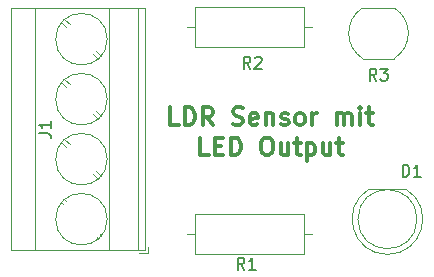
<source format=gbr>
G04 #@! TF.GenerationSoftware,KiCad,Pcbnew,(5.1.5-0-10_14)*
G04 #@! TF.CreationDate,2021-06-11T11:39:42+02:00*
G04 #@! TF.ProjectId,ldr_led_platine,6c64725f-6c65-4645-9f70-6c6174696e65,rev?*
G04 #@! TF.SameCoordinates,Original*
G04 #@! TF.FileFunction,Legend,Top*
G04 #@! TF.FilePolarity,Positive*
%FSLAX46Y46*%
G04 Gerber Fmt 4.6, Leading zero omitted, Abs format (unit mm)*
G04 Created by KiCad (PCBNEW (5.1.5-0-10_14)) date 2021-06-11 11:39:42*
%MOMM*%
%LPD*%
G04 APERTURE LIST*
%ADD10C,0.300000*%
%ADD11C,0.120000*%
%ADD12C,0.150000*%
G04 APERTURE END LIST*
D10*
X136268000Y-72809571D02*
X135553714Y-72809571D01*
X135553714Y-71309571D01*
X136768000Y-72809571D02*
X136768000Y-71309571D01*
X137125142Y-71309571D01*
X137339428Y-71381000D01*
X137482285Y-71523857D01*
X137553714Y-71666714D01*
X137625142Y-71952428D01*
X137625142Y-72166714D01*
X137553714Y-72452428D01*
X137482285Y-72595285D01*
X137339428Y-72738142D01*
X137125142Y-72809571D01*
X136768000Y-72809571D01*
X139125142Y-72809571D02*
X138625142Y-72095285D01*
X138268000Y-72809571D02*
X138268000Y-71309571D01*
X138839428Y-71309571D01*
X138982285Y-71381000D01*
X139053714Y-71452428D01*
X139125142Y-71595285D01*
X139125142Y-71809571D01*
X139053714Y-71952428D01*
X138982285Y-72023857D01*
X138839428Y-72095285D01*
X138268000Y-72095285D01*
X140839428Y-72738142D02*
X141053714Y-72809571D01*
X141410857Y-72809571D01*
X141553714Y-72738142D01*
X141625142Y-72666714D01*
X141696571Y-72523857D01*
X141696571Y-72381000D01*
X141625142Y-72238142D01*
X141553714Y-72166714D01*
X141410857Y-72095285D01*
X141125142Y-72023857D01*
X140982285Y-71952428D01*
X140910857Y-71881000D01*
X140839428Y-71738142D01*
X140839428Y-71595285D01*
X140910857Y-71452428D01*
X140982285Y-71381000D01*
X141125142Y-71309571D01*
X141482285Y-71309571D01*
X141696571Y-71381000D01*
X142910857Y-72738142D02*
X142768000Y-72809571D01*
X142482285Y-72809571D01*
X142339428Y-72738142D01*
X142268000Y-72595285D01*
X142268000Y-72023857D01*
X142339428Y-71881000D01*
X142482285Y-71809571D01*
X142768000Y-71809571D01*
X142910857Y-71881000D01*
X142982285Y-72023857D01*
X142982285Y-72166714D01*
X142268000Y-72309571D01*
X143625142Y-71809571D02*
X143625142Y-72809571D01*
X143625142Y-71952428D02*
X143696571Y-71881000D01*
X143839428Y-71809571D01*
X144053714Y-71809571D01*
X144196571Y-71881000D01*
X144268000Y-72023857D01*
X144268000Y-72809571D01*
X144910857Y-72738142D02*
X145053714Y-72809571D01*
X145339428Y-72809571D01*
X145482285Y-72738142D01*
X145553714Y-72595285D01*
X145553714Y-72523857D01*
X145482285Y-72381000D01*
X145339428Y-72309571D01*
X145125142Y-72309571D01*
X144982285Y-72238142D01*
X144910857Y-72095285D01*
X144910857Y-72023857D01*
X144982285Y-71881000D01*
X145125142Y-71809571D01*
X145339428Y-71809571D01*
X145482285Y-71881000D01*
X146410857Y-72809571D02*
X146268000Y-72738142D01*
X146196571Y-72666714D01*
X146125142Y-72523857D01*
X146125142Y-72095285D01*
X146196571Y-71952428D01*
X146268000Y-71881000D01*
X146410857Y-71809571D01*
X146625142Y-71809571D01*
X146768000Y-71881000D01*
X146839428Y-71952428D01*
X146910857Y-72095285D01*
X146910857Y-72523857D01*
X146839428Y-72666714D01*
X146768000Y-72738142D01*
X146625142Y-72809571D01*
X146410857Y-72809571D01*
X147553714Y-72809571D02*
X147553714Y-71809571D01*
X147553714Y-72095285D02*
X147625142Y-71952428D01*
X147696571Y-71881000D01*
X147839428Y-71809571D01*
X147982285Y-71809571D01*
X149625142Y-72809571D02*
X149625142Y-71809571D01*
X149625142Y-71952428D02*
X149696571Y-71881000D01*
X149839428Y-71809571D01*
X150053714Y-71809571D01*
X150196571Y-71881000D01*
X150268000Y-72023857D01*
X150268000Y-72809571D01*
X150268000Y-72023857D02*
X150339428Y-71881000D01*
X150482285Y-71809571D01*
X150696571Y-71809571D01*
X150839428Y-71881000D01*
X150910857Y-72023857D01*
X150910857Y-72809571D01*
X151625142Y-72809571D02*
X151625142Y-71809571D01*
X151625142Y-71309571D02*
X151553714Y-71381000D01*
X151625142Y-71452428D01*
X151696571Y-71381000D01*
X151625142Y-71309571D01*
X151625142Y-71452428D01*
X152125142Y-71809571D02*
X152696571Y-71809571D01*
X152339428Y-71309571D02*
X152339428Y-72595285D01*
X152410857Y-72738142D01*
X152553714Y-72809571D01*
X152696571Y-72809571D01*
X138803714Y-75359571D02*
X138089428Y-75359571D01*
X138089428Y-73859571D01*
X139303714Y-74573857D02*
X139803714Y-74573857D01*
X140018000Y-75359571D02*
X139303714Y-75359571D01*
X139303714Y-73859571D01*
X140018000Y-73859571D01*
X140660857Y-75359571D02*
X140660857Y-73859571D01*
X141018000Y-73859571D01*
X141232285Y-73931000D01*
X141375142Y-74073857D01*
X141446571Y-74216714D01*
X141518000Y-74502428D01*
X141518000Y-74716714D01*
X141446571Y-75002428D01*
X141375142Y-75145285D01*
X141232285Y-75288142D01*
X141018000Y-75359571D01*
X140660857Y-75359571D01*
X143589428Y-73859571D02*
X143875142Y-73859571D01*
X144018000Y-73931000D01*
X144160857Y-74073857D01*
X144232285Y-74359571D01*
X144232285Y-74859571D01*
X144160857Y-75145285D01*
X144018000Y-75288142D01*
X143875142Y-75359571D01*
X143589428Y-75359571D01*
X143446571Y-75288142D01*
X143303714Y-75145285D01*
X143232285Y-74859571D01*
X143232285Y-74359571D01*
X143303714Y-74073857D01*
X143446571Y-73931000D01*
X143589428Y-73859571D01*
X145518000Y-74359571D02*
X145518000Y-75359571D01*
X144875142Y-74359571D02*
X144875142Y-75145285D01*
X144946571Y-75288142D01*
X145089428Y-75359571D01*
X145303714Y-75359571D01*
X145446571Y-75288142D01*
X145518000Y-75216714D01*
X146018000Y-74359571D02*
X146589428Y-74359571D01*
X146232285Y-73859571D02*
X146232285Y-75145285D01*
X146303714Y-75288142D01*
X146446571Y-75359571D01*
X146589428Y-75359571D01*
X147089428Y-74359571D02*
X147089428Y-75859571D01*
X147089428Y-74431000D02*
X147232285Y-74359571D01*
X147518000Y-74359571D01*
X147660857Y-74431000D01*
X147732285Y-74502428D01*
X147803714Y-74645285D01*
X147803714Y-75073857D01*
X147732285Y-75216714D01*
X147660857Y-75288142D01*
X147518000Y-75359571D01*
X147232285Y-75359571D01*
X147089428Y-75288142D01*
X149089428Y-74359571D02*
X149089428Y-75359571D01*
X148446571Y-74359571D02*
X148446571Y-75145285D01*
X148518000Y-75288142D01*
X148660857Y-75359571D01*
X148875142Y-75359571D01*
X149018000Y-75288142D01*
X149089428Y-75216714D01*
X149589428Y-74359571D02*
X150160857Y-74359571D01*
X149803714Y-73859571D02*
X149803714Y-75145285D01*
X149875142Y-75288142D01*
X150017999Y-75359571D01*
X150160857Y-75359571D01*
D11*
X153923538Y-83762000D02*
G75*
G03X155468830Y-78212000I462J2990000D01*
G01*
X153924462Y-83762000D02*
G75*
G02X152379170Y-78212000I-462J2990000D01*
G01*
X156424000Y-80772000D02*
G75*
G03X156424000Y-80772000I-2500000J0D01*
G01*
X155469000Y-78212000D02*
X152379000Y-78212000D01*
X130196000Y-80772000D02*
G75*
G03X130196000Y-80772000I-2180000J0D01*
G01*
X130196000Y-75692000D02*
G75*
G03X130196000Y-75692000I-2180000J0D01*
G01*
X130196000Y-70612000D02*
G75*
G03X130196000Y-70612000I-2180000J0D01*
G01*
X130196000Y-65532000D02*
G75*
G03X130196000Y-65532000I-2180000J0D01*
G01*
X132816000Y-83372000D02*
X132816000Y-62932000D01*
X130316000Y-83372000D02*
X130316000Y-62932000D01*
X124116000Y-83372000D02*
X124116000Y-62932000D01*
X122056000Y-83372000D02*
X122056000Y-62932000D01*
X133376000Y-83372000D02*
X133376000Y-62932000D01*
X122056000Y-83372000D02*
X133376000Y-83372000D01*
X122056000Y-62932000D02*
X133376000Y-62932000D01*
X126628000Y-79118000D02*
X126735000Y-79225000D01*
X129563000Y-82054000D02*
X129670000Y-82160000D01*
X126362000Y-79384000D02*
X126469000Y-79491000D01*
X129297000Y-82320000D02*
X129404000Y-82426000D01*
X126628000Y-74038000D02*
X127024000Y-74433000D01*
X129290000Y-76699000D02*
X129670000Y-77079000D01*
X126362000Y-74304000D02*
X126742000Y-74684000D01*
X129008000Y-76950000D02*
X129404000Y-77345000D01*
X126628000Y-68958000D02*
X127024000Y-69353000D01*
X129290000Y-71619000D02*
X129670000Y-71999000D01*
X126362000Y-69224000D02*
X126742000Y-69604000D01*
X129008000Y-71870000D02*
X129404000Y-72265000D01*
X126628000Y-63878000D02*
X127024000Y-64273000D01*
X129290000Y-66539000D02*
X129670000Y-66919000D01*
X126362000Y-64144000D02*
X126742000Y-64524000D01*
X129008000Y-66790000D02*
X129404000Y-67185000D01*
X132876000Y-83612000D02*
X133616000Y-83612000D01*
X133616000Y-83612000D02*
X133616000Y-83112000D01*
X154482000Y-62874000D02*
X151832000Y-62874000D01*
X154482000Y-67174000D02*
X151832000Y-67174000D01*
X154507476Y-67158388D02*
G75*
G03X154482000Y-62874000I-1325476J2134388D01*
G01*
X151803973Y-62891856D02*
G75*
G03X151832000Y-67174000I1378027J-2132144D01*
G01*
X137620000Y-80322000D02*
X137620000Y-83762000D01*
X137620000Y-83762000D02*
X146860000Y-83762000D01*
X146860000Y-83762000D02*
X146860000Y-80322000D01*
X146860000Y-80322000D02*
X137620000Y-80322000D01*
X136930000Y-82042000D02*
X137620000Y-82042000D01*
X147550000Y-82042000D02*
X146860000Y-82042000D01*
X136930000Y-64516000D02*
X137620000Y-64516000D01*
X147550000Y-64516000D02*
X146860000Y-64516000D01*
X137620000Y-66236000D02*
X146860000Y-66236000D01*
X137620000Y-62796000D02*
X137620000Y-66236000D01*
X146860000Y-62796000D02*
X137620000Y-62796000D01*
X146860000Y-66236000D02*
X146860000Y-62796000D01*
D12*
X155217904Y-77160380D02*
X155217904Y-76160380D01*
X155456000Y-76160380D01*
X155598857Y-76208000D01*
X155694095Y-76303238D01*
X155741714Y-76398476D01*
X155789333Y-76588952D01*
X155789333Y-76731809D01*
X155741714Y-76922285D01*
X155694095Y-77017523D01*
X155598857Y-77112761D01*
X155456000Y-77160380D01*
X155217904Y-77160380D01*
X156741714Y-77160380D02*
X156170285Y-77160380D01*
X156456000Y-77160380D02*
X156456000Y-76160380D01*
X156360761Y-76303238D01*
X156265523Y-76398476D01*
X156170285Y-76446095D01*
X124420380Y-73485333D02*
X125134666Y-73485333D01*
X125277523Y-73532952D01*
X125372761Y-73628190D01*
X125420380Y-73771047D01*
X125420380Y-73866285D01*
X125420380Y-72485333D02*
X125420380Y-73056761D01*
X125420380Y-72771047D02*
X124420380Y-72771047D01*
X124563238Y-72866285D01*
X124658476Y-72961523D01*
X124706095Y-73056761D01*
X152995333Y-69032380D02*
X152662000Y-68556190D01*
X152423904Y-69032380D02*
X152423904Y-68032380D01*
X152804857Y-68032380D01*
X152900095Y-68080000D01*
X152947714Y-68127619D01*
X152995333Y-68222857D01*
X152995333Y-68365714D01*
X152947714Y-68460952D01*
X152900095Y-68508571D01*
X152804857Y-68556190D01*
X152423904Y-68556190D01*
X153328666Y-68032380D02*
X153947714Y-68032380D01*
X153614380Y-68413333D01*
X153757238Y-68413333D01*
X153852476Y-68460952D01*
X153900095Y-68508571D01*
X153947714Y-68603809D01*
X153947714Y-68841904D01*
X153900095Y-68937142D01*
X153852476Y-68984761D01*
X153757238Y-69032380D01*
X153471523Y-69032380D01*
X153376285Y-68984761D01*
X153328666Y-68937142D01*
X141819333Y-85034380D02*
X141486000Y-84558190D01*
X141247904Y-85034380D02*
X141247904Y-84034380D01*
X141628857Y-84034380D01*
X141724095Y-84082000D01*
X141771714Y-84129619D01*
X141819333Y-84224857D01*
X141819333Y-84367714D01*
X141771714Y-84462952D01*
X141724095Y-84510571D01*
X141628857Y-84558190D01*
X141247904Y-84558190D01*
X142771714Y-85034380D02*
X142200285Y-85034380D01*
X142486000Y-85034380D02*
X142486000Y-84034380D01*
X142390761Y-84177238D01*
X142295523Y-84272476D01*
X142200285Y-84320095D01*
X142327333Y-68016380D02*
X141994000Y-67540190D01*
X141755904Y-68016380D02*
X141755904Y-67016380D01*
X142136857Y-67016380D01*
X142232095Y-67064000D01*
X142279714Y-67111619D01*
X142327333Y-67206857D01*
X142327333Y-67349714D01*
X142279714Y-67444952D01*
X142232095Y-67492571D01*
X142136857Y-67540190D01*
X141755904Y-67540190D01*
X142708285Y-67111619D02*
X142755904Y-67064000D01*
X142851142Y-67016380D01*
X143089238Y-67016380D01*
X143184476Y-67064000D01*
X143232095Y-67111619D01*
X143279714Y-67206857D01*
X143279714Y-67302095D01*
X143232095Y-67444952D01*
X142660666Y-68016380D01*
X143279714Y-68016380D01*
M02*

</source>
